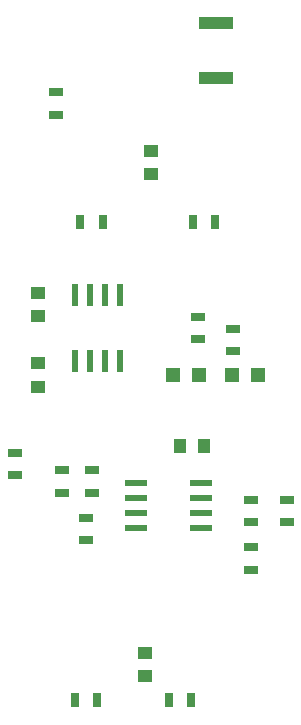
<source format=gtp>
G04 #@! TF.GenerationSoftware,KiCad,Pcbnew,(5.99.0-492-g30da2b31e)*
G04 #@! TF.CreationDate,2019-12-10T20:32:49+01:00*
G04 #@! TF.ProjectId,gabel,67616265-6c2e-46b6-9963-61645f706362,rev?*
G04 #@! TF.SameCoordinates,Original*
G04 #@! TF.FileFunction,Paste,Top*
G04 #@! TF.FilePolarity,Positive*
%FSLAX46Y46*%
G04 Gerber Fmt 4.6, Leading zero omitted, Abs format (unit mm)*
G04 Created by KiCad (PCBNEW (5.99.0-492-g30da2b31e)) date 2019-12-10 20:32:49*
%MOMM*%
%LPD*%
G04 APERTURE LIST*
%ADD10R,1.250000X1.000000*%
%ADD11R,3.000000X1.000000*%
%ADD12R,0.610000X1.910000*%
%ADD13R,1.910000X0.610000*%
%ADD14R,1.300000X0.700000*%
%ADD15R,0.700000X1.300000*%
%ADD16R,1.200000X1.200000*%
%ADD17R,1.000000X1.250000*%
G04 APERTURE END LIST*
D10*
X53000000Y-94000000D03*
X53000000Y-92000000D03*
X52500000Y-134500000D03*
X52500000Y-136500000D03*
D11*
X58500000Y-85800000D03*
X58500000Y-81200000D03*
D12*
X46595000Y-109780000D03*
X47865000Y-109780000D03*
X49135000Y-109780000D03*
X50405000Y-109780000D03*
X50405000Y-104220000D03*
X49135000Y-104220000D03*
X47865000Y-104220000D03*
X46595000Y-104220000D03*
D13*
X51720000Y-120095000D03*
X51720000Y-121365000D03*
X51720000Y-122635000D03*
X51720000Y-123905000D03*
X57280000Y-123905000D03*
X57280000Y-122635000D03*
X57280000Y-121365000D03*
X57280000Y-120095000D03*
D14*
X45000000Y-88950000D03*
X45000000Y-87050000D03*
X41500000Y-117550000D03*
X41500000Y-119450000D03*
X61500000Y-123450000D03*
X61500000Y-121550000D03*
X64500000Y-123450000D03*
X64500000Y-121550000D03*
X61500000Y-127450000D03*
X61500000Y-125550000D03*
X45500000Y-119050000D03*
X45500000Y-120950000D03*
X47500000Y-123050000D03*
X47500000Y-124950000D03*
X48000000Y-119050000D03*
X48000000Y-120950000D03*
X60000000Y-107050000D03*
X60000000Y-108950000D03*
X57000000Y-106050000D03*
X57000000Y-107950000D03*
D15*
X56450000Y-138500000D03*
X54550000Y-138500000D03*
X56550000Y-98000000D03*
X58450000Y-98000000D03*
X46550000Y-138500000D03*
X48450000Y-138500000D03*
X47050000Y-98000000D03*
X48950000Y-98000000D03*
D16*
X59900000Y-111000000D03*
X62100000Y-111000000D03*
X54900000Y-111000000D03*
X57100000Y-111000000D03*
D17*
X57500000Y-117000000D03*
X55500000Y-117000000D03*
D10*
X43500000Y-104000000D03*
X43500000Y-106000000D03*
X43500000Y-110000000D03*
X43500000Y-112000000D03*
M02*

</source>
